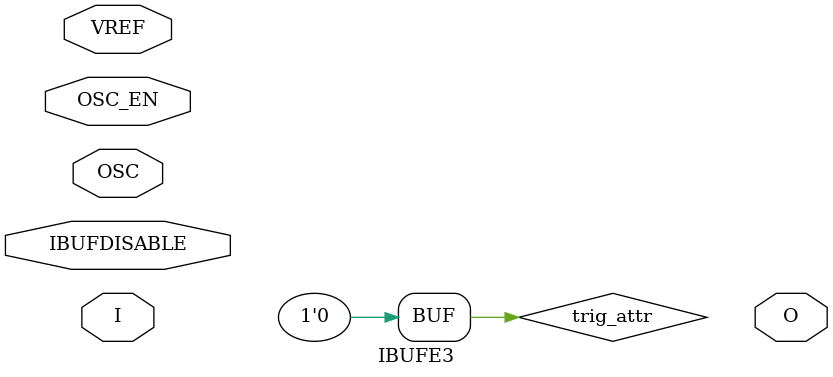
<source format=v>

module IBUFE3 #(
`ifdef XIL_TIMING
  parameter LOC = "UNPLACED",
`endif
  parameter IBUF_LOW_PWR = "TRUE",
  parameter IOSTANDARD = "DEFAULT",
  parameter integer SIM_INPUT_BUFFER_OFFSET = 0,
  parameter USE_IBUFDISABLE = "FALSE"
)(
  output O,

  input I,
  input IBUFDISABLE,
  input [3:0] OSC,
  input OSC_EN,
  input VREF
);
  
// define constants
  localparam MODULE_NAME = "IBUFE3";
  localparam in_delay    = 0;
  localparam out_delay   = 0;
  localparam inclk_delay    = 0;
  localparam outclk_delay   = 0;

// Parameter encodings and registers
  localparam IBUF_LOW_PWR_FALSE = 1;
  localparam IBUF_LOW_PWR_TRUE = 0;
  localparam USE_IBUFDISABLE_FALSE = 0;
  localparam USE_IBUFDISABLE_TRUE = 1;

// include dynamic registers - XILINX test only
  reg trig_attr = 1'b0;
  localparam [40:1] IBUF_LOW_PWR_REG = IBUF_LOW_PWR;
  localparam integer SIM_INPUT_BUFFER_OFFSET_REG = SIM_INPUT_BUFFER_OFFSET;
  localparam [40:1] USE_IBUFDISABLE_REG = USE_IBUFDISABLE;


endmodule

</source>
